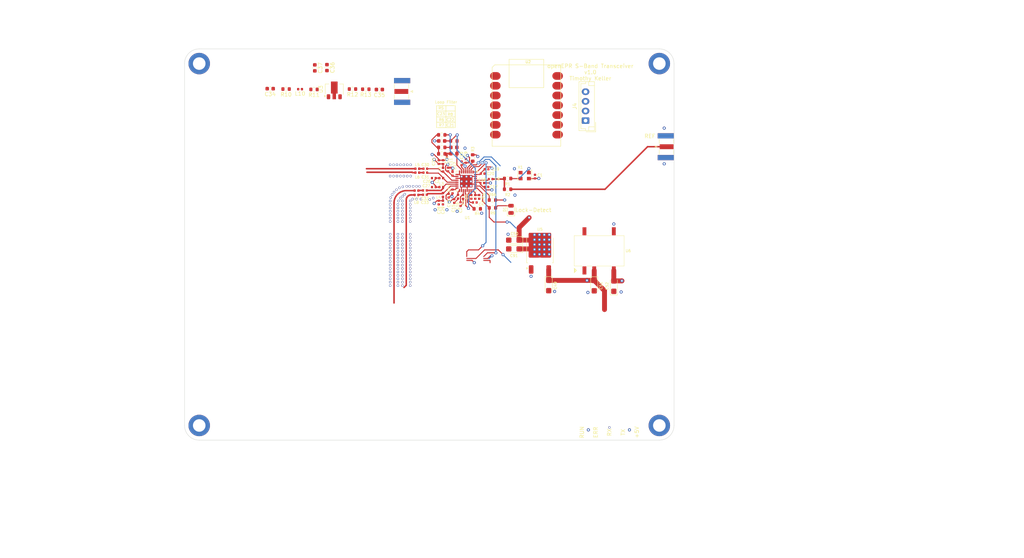
<source format=kicad_pcb>
(kicad_pcb (version 20240108) (generator "pcbnew") (generator_version "8.0")
  (title_block (title "openEPR S-Band Transceiver") (date "2024-03-16") (rev "v1.0") (company "openEPR") (comment 1 "Timothy Keller"))
  (layers (0 "F.Cu" signal) (1 "In1.Cu" signal) (2 "In2.Cu" signal) (31 "B.Cu" signal) (34 "B.Paste" user) (35 "F.Paste" user) (36 "B.SilkS" user "B.Silkscreen") (37 "F.SilkS" user "F.Silkscreen") (38 "B.Mask" user) (39 "F.Mask" user) (44 "Edge.Cuts" user))
  (net 0 "")
  (net 1 "+3.3VA")
  (net 2 "GND")
  (net 3 "Net-(U1-TEMP)")
  (net 4 "Net-(U1-VCOM)")
  (net 5 "Net-(U1-VREF)")
  (net 6 "REF_IN")
  (net 7 "Net-(U1-REFIN)")
  (net 8 "Net-(C34-Pad1)")
  (net 9 "Net-(U1-CPout)")
  (net 10 "Net-(C22-Pad1)")
  (net 11 "Net-(U1-VTUNE)")
  (net 12 "Net-(U1-RF_OUT_A+)")
  (net 13 "Net-(C30-Pad2)")
  (net 14 "Net-(C31-Pad2)")
  (net 15 "Net-(U1-RF_OUT_A-)")
  (net 16 "Net-(U1-RF_OUT_B+)")
  (net 17 "Net-(C32-Pad2)")
  (net 18 "Net-(U1-RF_OUT_B-)")
  (net 19 "Net-(C33-Pad2)")
  (net 20 "Net-(C35-Pad2)")
  (net 21 "LO_A-")
  (net 22 "Net-(L10-Pad2)")
  (net 23 "Net-(L10-Pad1)")
  (net 24 "Net-(R11-Pad1)")
  (net 25 "+5V")
  (net 26 "Net-(R12-Pad2)")
  (net 27 "-5V")
  (net 28 "Net-(L9-Pad1)")
  (net 34 "I2C_SCL")
  (net 35 "I2C_SDA")
  (net 36 "Net-(D1-A)")
  (net 37 "EXT_REF")
  (net 38 "Net-(J2-In)")
  (net 39 "LO+")
  (net 40 "LO-")
  (net 41 "XO_REF")
  (net 42 "Net-(U1-RSET)")
  (net 43 "Net-(R5-Pad1)")
  (net 44 "Net-(U1-SW)")
  (net 45 "LD")
  (net 46 "MOSI")
  (net 47 "SCLK")
  (net 48 "~{SYNTH_CS}")
  (net 49 "MUXOUT")
  (net 50 "XO_EN")
  (net 51 "SYNTH_TX")
  (net 52 "Net-(U1-CE)")
  (net 53 "Net-(U1-PDB_RF)")
  (footprint "Capacitor_SMD:C_0402_1005Metric" (layer "F.Cu") (at 136.525 54.483 90)
    (property "Reference" "C9")
    (property "Value" "100nF" (hide yes))
  )
  (footprint "Seeed Xiao ESP32S3:MOUDLE14P-SMD-2.54-21X17.8MM" (layer "F.Cu") (at 143.3075 50.54425)
    (property "Reference" "U2")
    (property "Value" "MOUDLE-SEEEDUINO-XIAO-ESP32S3")
  )
  (footprint "B12T_MountingHole:4-40_Hole_Pad" (layer "F.Cu") (at 67.31 29.21)
    (property "Reference" "H1" (hide yes))
    (property "Value" "4-40" (hide yes))
  )
  (footprint "B12T_MountingHole:4-40_Hole_Pad" (layer "F.Cu") (at 67.31 123.19)
    (property "Reference" "H3" (hide yes))
    (property "Value" "4-40" (hide yes))
  )
  (footprint "Capacitor_SMD:C_0402_1005Metric" (layer "F.Cu") (at 131.8636 56.7182 90)
    (property "Reference" "C11")
    (property "Value" "100nF" (hide yes))
  )
  (footprint "Capacitor_SMD:C_0603_1608Metric" (layer "F.Cu") (at 133.3746 50.9778)
    (property "Reference" "C22")
    (property "Value" "47nF" (hide yes))
  )
  (footprint "Capacitor_SMD:C_0402_1005Metric" (layer "F.Cu") (at 125.9708 56.515 180)
    (property "Reference" "C30")
    (property "Value" "1nF" (hide yes))
  )
  (footprint "Inductor_SMD:L_0402_1005Metric" (layer "F.Cu") (at 123.6848 63.3222 180)
    (property "Reference" "L8")
    (property "Value" "1.9nH" (hide yes))
  )
  (footprint "Inductor_SMD:L_0402_1005Metric" (layer "F.Cu") (at 130.1136 61.2902 180)
    (property "Reference" "L3")
    (property "Value" "7.5nH" (hide yes))
  )
  (footprint "Inductor_SMD:L_0402_1005Metric" (layer "F.Cu") (at 93.475 35.85 180)
    (property "Reference" "L10")
    (property "Value" "1.5nH")
  )
  (footprint "Resistor_SMD:R_0603_1608Metric" (layer "F.Cu") (at 107.075 35.825 180)
    (property "Reference" "R12")
    (property "Value" "50R")
  )
  (footprint "Capacitor_SMD:C_0402_1005Metric" (layer "F.Cu") (at 125.8692 63.2714 180)
    (property "Reference" "C33")
    (property "Value" "1nF" (hide yes))
  )
  (footprint "Oscillator:Oscillator_SMD_EuroQuartz_XO32-4Pin_3.2x2.5mm" (layer "F.Cu") (at 151.765 58.306 -90)
    (property "Reference" "X1")
    (property "Value" "XO32" (hide yes))
  )
  (footprint "Capacitor_SMD:C_0402_1005Metric" (layer "F.Cu") (at 141.859 56.642 180)
    (property "Reference" "C19")
    (property "Value" "100nF" (hide yes))
  )
  (footprint "Capacitor_SMD:C_0402_1005Metric" (layer "F.Cu") (at 154.432 58.56 90)
    (property "Reference" "C1")
    (property "Value" "100nF" (hide yes))
  )
  (footprint "Capacitor_Tantalum_SMD:CP_EIA-3216-18_Kemet-A" (layer "F.Cu") (at 157.988 86.833 -90)
    (property "Reference" "C49")
    (property "Value" "10uF" (hide yes))
  )
  (footprint "Capacitor_Tantalum_SMD:CP_EIA-3216-18_Kemet-A" (layer "F.Cu") (at 148.971 75.057 180)
    (property "Reference" "C50")
    (property "Value" "10uF" (hide yes))
  )
  (footprint "Package_CSP:LFCSP-32-1EP_5x5mm_P0.5mm_EP3.25x3.25mm" (layer "F.Cu") (at 136.588 59.7662 -90)
    (property "Reference" "U1")
    (property "Value" "ADF4351" (hide yes))
  )
  (footprint "Capacitor_SMD:C_0402_1005Metric" (layer "F.Cu") (at 135.382 55.118 90)
    (property "Reference" "C10")
    (property "Value" "10pF" (hide yes))
  )
  (footprint "Capacitor_SMD:C_0402_1005Metric" (layer "F.Cu") (at 125.9708 57.531 180)
    (property "Reference" "C31")
    (property "Value" "1nF" (hide yes))
  )
  (footprint "Capacitor_SMD:C_0603_1608Metric" (layer "F.Cu") (at 85.725 35.725 180)
    (property "Reference" "C34")
    (property "Value" "100pF")
  )
  (footprint "Capacitor_SMD:C_0402_1005Metric" (layer "F.Cu") (at 142.9152 59.2074)
    (property "Reference" "C8")
    (property "Value" "10nF" (hide yes))
  )
  (footprint "Capacitor_SMD:C_0603_1608Metric" (layer "F.Cu") (at 114.05 35.95 180)
    (property "Reference" "C35")
    (property "Value" "100pF")
  )
  (footprint "Resistor_SMD:R_0603_1608Metric" (layer "F.Cu") (at 110.525 35.875 180)
    (property "Reference" "R13")
    (property "Value" "50R")
  )
  (footprint "Capacitor_SMD:C_0402_1005Metric" (layer "F.Cu") (at 135.1148 65.7098 90)
    (property "Reference" "C2")
    (property "Value" "100nF" (hide yes))
  )
  (footprint "Resistor_SMD:R_0603_1608Metric" (layer "F.Cu") (at 139.446 66.929)
    (property "Reference" "R4")
    (property "Value" "4.7k" (hide yes))
  )
  (footprint "Resistor_SMD:R_0603_1608Metric" (layer "F.Cu") (at 147.32 61.849 180)
    (property "Reference" "R2")
    (property "Value" "0" (hide yes))
  )
  (footprint "B12T_MountingHole:4-40_Hole_Pad" (layer "F.Cu") (at 186.69 29.21)
    (property "Reference" "H2" (hide yes))
    (property "Value" "4-40" (hide yes))
  )
  (footprint "Resistor_SMD:R_0603_1608Metric" (layer "F.Cu") (at 130.238 47.7266)
    (property "Reference" "R5")
    (property "Value" "0" (hide yes))
  )
  (footprint "Resistor_SMD:R_0603_1608Metric" (layer "F.Cu") (at 97.1 35.925 180)
    (property "Reference" "R11")
    (property "Value" "50R")
  )
  (footprint "Inductor_SMD:L_0402_1005Metric" (layer "F.Cu") (at 123.6848 62.2046 180)
    (property "Reference" "L7")
    (property "Value" "1.9nH" (hide yes))
  )
  (footprint "Capacitor_SMD:C_0402_1005Metric" (layer "F.Cu") (at 133.032 57.8358 90)
    (property "Reference" "C12")
    (property "Value" "10pF" (hide yes))
  )
  (footprint "Capacitor_SMD:C_0402_1005Metric" (layer "F.Cu") (at 129.4532 65.306 -90)
    (property "Reference" "C28")
    (property "Value" "100nF" (hide yes))
  )
  (footprint "Connector_JST:JST_EH_B4B-EH-A_1x04_P2.50mm_Vertical" (layer "F.Cu") (at 167.55 44.025 90)
    (property "Reference" "J4")
    (property "Value" "Conn_01x04_Pin")
  )
  (footprint "Resistor_SMD:R_0603_1608Metric" (layer "F.Cu") (at 143.383 66.675)
    (property "Reference" "R9")
    (property "Value" "1k" (hide yes))
  )
  (footprint "Capacitor_SMD:C_0402_1005Metric" (layer "F.Cu") (at 133.032 62.4078 -90)
    (property "Reference" "C14")
    (property "Value" "10pF" (hide yes))
  )
  (footprint "B12T_MountingHole:4-40_Hole_Pad" (layer "F.Cu") (at 186.69 123.19)
    (property "Reference" "H4" (hide yes))
    (property "Value" "4-40" (hide yes))
  )
  (footprint "Resistor_SMD:R_0603_1608Metric" (layer "F.Cu") (at 147.32 59.055 180)
    (property "Reference" "R1")
    (property "Value" "0" (hide yes))
  )
  (footprint "Capacitor_SMD:C_0402_1005Metric" (layer "F.Cu") (at 137.9088 63.8302 90)
    (property "Reference" "C5")
    (property "Value" "10pF" (hide yes))
  )
  (footprint "Inductor_SMD:L_0402_1005Metric" (layer "F.Cu") (at 130.5708 56.769 90)
    (property "Reference" "L1")
    (property "Value" "7.5nH" (hide yes))
  )
  (footprint "Resistor_SMD:R_0603_1608Metric" (layer "F.Cu") (at 143.383 64.643 180)
    (property "Reference" "R66")
    (property "Value" "10k")
  )
  (footprint "Resistor_SMD:R_0603_1608Metric" (layer "F.Cu") (at 130.2258 50.9778)
    (property "Reference" "R6")
    (property "Value" "360" (hide yes))
  )
  (footprint "Capacitor_SMD:C_0402_1005Metric" (layer "F.Cu") (at 133.477 64.897 90)
    (property "Reference" "C15")
    (property "Value" "100nF" (hide yes))
  )
  (footprint "Inductor_SMD:L_0402_1005Metric" (layer "F.Cu") (at 130.1084 58.9534)
    (property "Reference" "L2")
    (property "Value" "7.5nH" (hide yes))
  )
  (footprint "Capacitor_SMD:C_0402_1005Metric" (layer "F.Cu") (at 135.763 63.8302 90)
    (property "Reference" "C3")
    (property "Value" "10pF" (hide yes))
  )
  (footprint "Resistor_SMD:R_0603_1608Metric" (layer "F.Cu") (at 130.238 52.6542 180)
    (property "Reference" "R7")
    (property "Value" "0" (hide yes))
  )
  (footprint "Package_TO_SOT_SMD:SOT-89-3" (layer "F.Cu") (at 102.35 35.875 90)
    (property "Reference" "U3")
    (property "Value" "SPF5189Z")
  )
  (footprint "Capacitor_Tantalum_SMD:CP_EIA-3216-18_Kemet-A" (layer "F.Cu") (at 169.799 86.868 -90)
    (property "Reference" "C51")
    (property "Value" "4.7uF" (hide yes))
  )
  (footprint "Capacitor_SMD:C_0402_1005Metric" (layer "F.Cu") (at 125.8692 62.1538 180)
    (property "Reference" "C32")
    (property "Value" "1nF" (hide yes))
  )
  (footprint "Inductor_SMD:L_0402_1005Metric" (layer "F.Cu") (at 123.888 57.531 180)
    (property "Reference" "L6")
    (property "Value" "1.9nH" (hide yes))
  )
  (footprint "_tim-DC-DC:IES0105S05-H" (layer "F.Cu") (at 171.069 77.851 90)
    (property "Reference" "U6")
    (property "Value" "IES0105S05-H" (hide yes))
  )
  (footprint "Capacitor_SMD:C_0402_1005Metric" (layer "F.Cu") (at 128.178 58.9534 180)
    (property "Reference" "C26")
    (property "Value" "120pF" (hide yes))
  )
  (footprint "Capacitor_SMD:C_0402_1005Metric" (layer "F.Cu") (at 130.5936 54.7878 90)
    (property "Reference" "C24")
    (property "Value" "120pF" (hide yes))
  )
  (footprint "Capacitor_SMD:C_0402_1005Metric" (layer "F.Cu") (at 130.5428 65.3034 -90)
    (property "Reference" "C29")
    (property "Value" "120pF" (hide yes))
  )
  (footprint "Inductor_SMD:L_0402_1005Metric" (layer "F.Cu") (at 123.888 56.515 180)
    (property "Reference" "L5")
    (property "Value" "1.9nH" (hide yes))
  )
  (footprint "Capacitor_Tantalum_SMD:CP_EIA-3216-18_Kemet-A" (layer "F.Cu") (at 174.879 86.995 90)
    (property "Reference" "C52")
    (property "Value" "10uF" (hide yes))
  )
  (footprint "Capacitor_SMD:C_0402_1005Metric" (layer "F.Cu") (at 138.811 65.278 180)
    (property "Reference" "C4")
    (property "Value" "100nF" (hide yes))
  )
  (footprint "Capacitor_SMD:C_0402_1005Metric" (layer "F.Cu") (at 129.4532 54.7878 90)
    (property "Reference" "C25")
    (property "Value" "100nF" (hide yes))
  )
  (footprint "Connector_Coaxial:SMA_Samtec_SMA-J-P-X-ST-EM1_EdgeMount" (layer "F.Cu") (at 188.3775 50.8 90)
    (property "Reference" "J1" (hide yes))
    (property "Value" "SMA-J-P-H-ST-EM1" (hide yes))
  )
  (footprint "Capacitor_SMD:C_0402_1005Metric" (layer "F.Cu") (at 134.4544 63.7794 90)
    (property "Reference" "C16")
    (property "Value" "10pF" (hide yes))
  )
  (footprint "Capacitor_SMD:C_0603_1608Metric" (layer "F.Cu") (at 97.3 30.325 -90)
    (property "Reference" "C37")
    (property "Value" "0.1uF")
  )
  (footprint "Capacitor_SMD:C_0603_1608Metric" (layer "F.Cu") (at 130.225 49.3014)
    (property "Reference" "C23")
    (property "Value" "680pF" (hide yes))
  )
  (footprint "Capacitor_SMD:C_0402_1005Metric" (layer "F.Cu") (at 139.9408 63.8302 90)
    (property "Reference" "C6")
    (property "Value" "100nF" (hide yes))
  )
  (footprint "Inductor_SMD:L_0402_1005Metric" (layer "F.Cu") (at 130.5428 63.3222 90)
    (property "Reference" "L4")
    (property "Value" "7.5nH" (hide yes))
  )
  (footprint "Connector_Coaxial:SMA_Samtec_SMA-J-P-X-ST-EM1_EdgeMount" (layer "F.Cu") (at 119.95 36.45 -90)
    (property "Reference" "J2" (hide yes))
    (property "Value" "SMA-J-P-H-ST-EM1" (hide yes))
  )
  (footprint "Capacitor_SMD:C_0402_1005Metric" (layer "F.Cu") (at 140.843 57.785 180)
    (property "Reference" "C20")
    (property "Value" "10pF" (hide yes))
  )
  (footprint "Capacitor_SMD:C_0603_1608Metric" (layer "F.Cu") (at 100.45 30.25 -90)
    (property "Reference" "C36")
    (property "Value" "100pF")
  )
  (footprint "LED_SMD:LED_0805_2012Metric" (layer "F.Cu") (at 148.209 67.056 90)
    (property "Reference" "D1")
    (property "Value" "150080VS75000" (hide yes))
  )
  (footprint "Resistor_SMD:R_0603_1608Metric" (layer "F.Cu") (at 133.3754 49.3014 180)
    (property "Reference" "R8")
    (property "Value" "1k" (hide yes))
  )
  (footprint "Capacitor_SMD:C_0603_1608Metric" (layer "F.Cu") (at 133.3876 52.6034)
    (property "Reference" "C21")
    (property "Value" "2.7nF" (hide yes))
  )
  (footprint "Resistor_SMD:R_0603_1608Metric" (layer "F.Cu") (at 138.2644 53.721 90)
    (property "Reference" "R3")
    (property "Value" "10k" (hide yes))
  )
  (footprint "Capacitor_Tantalum_SMD:CP_EIA-3216-18_Kemet-A" (layer "F.Cu") (at 148.971 77.343 180)
    (property "Reference" "C91")
    (property "Value" "10uF" (hide yes))
  )
  (footprint "Resistor_SMD:R_0603_1608Metric" (layer "F.Cu") (at 89.85 35.825 180)
    (property "Reference" "R10")
    (property "Value" "50R")
  )
  (footprint "Capacitor_SMD:C_0402_1005Metric" (layer "F.Cu") (at 141.8204 61.2394 180)
    (property "Reference" "C17")
    (property "Value" "100nF" (hide yes))
  )
  (footprint "Capacitor_SMD:C_0402_1005Metric" (layer "F.Cu") (at 138.9248 63.8302 90)
    (property "Reference" "C7")
    (property "Value" "10pF" (hide yes))
  )
  (footprint "Capacitor_SMD:C_0402_1005Metric" (layer "F.Cu") (at 140.7536 60.2234 180)
    (property "Reference" "C18")
    (property "Value" "10pF" (hide yes))
  )
  (footprint "Capacitor_SMD:C_0402_1005Metric" (layer "F.Cu") (at 132.016 63.5254 -90)
    (property "Reference" "C13")
    (property "Value" "100nF" (hide yes))
  )
  (footprint "Capacitor_SMD:C_0402_1005Metric" (layer "F.Cu") (at 128.1832 61.2902 180)
    (property "Reference" "C27")
    (property "Value" "120pF" (hide yes))
  )
  (footprint "Package_TO_SOT_SMD:TO-252-2" (layer "F.Cu") (at 155.708 77.637 90)
    (property "Reference" "U5")
    (property "Value" "AZ1117ID-3.3TRG1" (hide yes))
  )
  (gr_line (start 131.318 40.132) (end 131.318 45.847) (stroke (width 0.15)) (layer "F.SilkS"))
  (gr_line (start 128.905 41.529) (end 133.731 41.529) (stroke (width 0.15)) (layer "F.SilkS"))
  (gr_rect (start 128.905 40.132) (end 133.731 45.847) (stroke (width 0.15)) (fill none) (layer "F.SilkS"))
  (gr_line (start 128.905 44.45) (end 133.731 44.45) (stroke (width 0.15)) (layer "F.SilkS"))
  (gr_line (start 128.905 43.053) (end 133.731 43.053) (stroke (width 0.15)) (layer "F.SilkS"))
  (gr_line (start 186.69 25.400002) (end 67.31 25.4) (stroke (width 0.1)) (layer "Edge.Cuts"))
  (gr_arc (start 67.31 127) (mid 64.615923 125.884077) (end 63.5 123.19) (stroke (width 0.1)) (layer "Edge.Cuts"))
  (gr_line (start 67.31 127) (end 186.689998 127) (stroke (width 0.1)) (layer "Edge.Cuts"))
  (gr_arc (start 186.69 25.400002) (mid 189.384077 26.515925) (end 190.5 29.210002) (stroke (width 0.1)) (layer "Edge.Cuts"))
  (gr_line (start 63.5 29.21) (end 63.5 123.19) (stroke (width 0.1)) (layer "Edge.Cuts"))
  (gr_line (start 190.499998 123.19) (end 190.5 29.210002) (stroke (width 0.1)) (layer "Edge.Cuts"))
  (gr_arc (start 190.499998 123.19) (mid 189.384075 125.884077) (end 186.689998 127) (stroke (width 0.1)) (layer "Edge.Cuts"))
  (gr_arc (start 63.5 29.21) (mid 64.615923 26.515923) (end 67.31 25.4) (stroke (width 0.1)) (layer "Edge.Cuts"))
  (gr_text "Lock-Detect" (at 149.225 67.818 0) (layer "F.SilkS") (effects (font (size 1 1)) (justify left bottom)))
  (gr_text "${TITLE}\n${REVISION}\n${COMMENT1}" (at 168.783 33.655 0) (layer "F.SilkS") (effects (font (size 1 1)) (justify bottom)))
  (gr_text "Loop Filter" (at 128.397 39.624 0) (layer "F.SilkS") (effects (font (size 0.7 0.7) (thickness 0.12) (bold yes)) (justify left bottom)))
  (gr_text "RUN" (at 166.624 124.968 90) (layer "F.SilkS") (effects (font (size 1 1))))
  (gr_text "ERR" (at 170.18 124.968 90) (layer "F.SilkS") (effects (font (size 1 1))))
  (gr_text "RX" (at 173.736 124.968 90) (layer "F.SilkS") (effects (font (size 1 1))))
  (gr_text "TX" (at 177.292 124.968 90) (layer "F.SilkS") (effects (font (size 1 1))))
  (gr_text "REF" (at 182.753 48.641 0) (layer "F.SilkS") (effects (font (size 1 1)) (justify left bottom)))
  (gr_text "+5V" (at 180.848 124.968 90) (layer "F.SilkS") (effects (font (size 1 1))))
  (segment (start 139.116 79.83) (end 136.72 79.83) (width 0.254) (layer "F.Cu") (net 0))
  (segment (start 142.166 79.83) (end 141.12 79.83) (width 0.254) (layer "F.Cu") (net 0))
  (segment (start 141.349 77.597) (end 139.116 79.83) (width 0.254) (layer "F.Cu") (net 0))
  (segment (start 142.875 79.121) (end 142.166 79.83) (width 0.254) (layer "F.Cu") (net 0))
  (segment (start 143.256 79.121) (end 142.875 79.121) (width 0.254) (layer "F.Cu") (net 0))
  (segment (start 146.142 78.8135) (end 144.9255 77.597) (width 0.254) (layer "F.Cu") (net 0))
  (segment (start 144.9255 77.597) (end 141.349 77.597) (width 0.254) (layer "F.Cu") (net 0))
  (via (at 146.142 78.8135) (size 0.8) (drill 0.4) (layers "F.Cu" "B.Cu") (net 0))
  (via (at 173.736 123.698) (size 0.6) (drill 0.4) (layers "F.Cu" "B.Cu") (net 0))
  (via (at 143.256 79.121) (size 0.8) (drill 0.4) (layers "F.Cu" "B.Cu") (net 0))
  (segment (start 146.142 78.8135) (end 148.174 80.8455) (width 0.254) (layer "B.Cu") (net 0))
  (segment (start 143.256 79.121) (end 142.494 79.883) (width 0.254) (layer "B.Cu") (net 0))
  (segment (start 141.966114 56.054886) (end 142.922886 56.054886) (width 0.254) (layer "F.Cu") (net 1))
  (segment (start 136.045 54.963) (end 136.525 54.963) (width 0.254) (layer "F.Cu") (net 1))
  (segment (start 144.208 64.643) (end 146.558 64.643) (width 0.254) (layer "F.Cu") (net 1))
  (segment (start 130.5936 55.2678) (end 129.4532 55.2678) (width 0.254) (layer "F.Cu") (net 1))
  (segment (start 129.4532 64.826) (end 130.5402 64.826) (width 0.254) (layer "F.Cu") (net 1))
  (segment (start 135.382 55.598) (end 135.41 55.598) (width 0.254) (layer "F.Cu") (net 1))
  (segment (start 131.2266 56.871199) (end 131.2266 55.831226) (width 0.254) (layer "F.Cu") (net 1))
  (segment (start 132.207 65.151) (end 132.187282 65.151) (width 0.254) (layer "F.Cu") (net 1))
  (segment (start 150.321 75.057) (end 150.321 71.802) (width 1.27) (layer "F.Cu") (net 1))
  (segment (start 135.838 56.582947) (end 135.382 56.126947) (width 0.254) (layer "F.Cu") (net 1))
  (segment (start 154.432 59.04) (end 155.41 59.04) (width 0.254) (layer "F.Cu") (net 1))
  (segment (start 139.129 52.896) (end 139.573 53.34) (width 0.254) (layer "F.Cu") (net 1))
  (segment (start 129.6234 58.9534) (end 128.658 58.9534) (width 0.254) (layer "F.Cu") (net 1))
  (segment (start 138.988 60.0162) (end 140.0664 60.0162) (width 0.254) (layer "F.Cu") (net 1))
  (segment (start 128.6632 61.2902) (end 128.6632 60.9722) (width 0.254) (layer "F.Cu") (net 1))
  (segment (start 142.776 80.927) (end 142.776 80.391) (width 0.254) (layer "F.Cu") (net 1))
  (segment (start 140.2736 60.533399) (end 140.979601 61.2394) (width 0.254) (layer "F.Cu") (net 1))
  (segment (start 134.188 58.5162) (end 133.2324 58.5162) (width 0.254) (layer "F.Cu") (net 1))
  (segment (start 142.715 80.33) (end 142.776 80.391) (width 0.254) (layer "F.Cu") (net 1))
  (segment (start 150.321 77.343) (end 153.474 77.343) (width 1.27) (layer "F.Cu") (net 1))
  (segment (start 138.988 58.0162) (end 140.1318 58.0162) (width 0.254) (layer "F.Cu") (net 1))
  (segment (start 150.321 75.057) (end 153.828 75.057) (width 1.27) (layer "F.Cu") (net 1))
  (segment (start 129.4532 55.2678) (end 129.4358 55.2678) (width 0.254) (layer "F.Cu") (net 1))
  (segment (start 141.811001 62.02) (end 143.23 62.02) (width 0.254) (layer "F.Cu") (net 1))
  (segment (start 150.321 71.802) (end 152.908 69.215) (width 1.27) (layer "F.Cu") (net 1))
  (segment (start 130.5428 63.8072) (end 130.5428 64.8234) (width 0.254) (layer "F.Cu") (net 1))
  (segment (start 152.84 59.081) (end 154.391 59.081) (width 0.254) (layer "F.Cu") (net 1))
  (segment (start 129.6286 61.2902) (end 128.6632 61.2902) (width 0.254) (layer "F.Cu") (net 1))
  (segment (start 140.979601 61.2394) (end 141.3404 61.2394) (width 0.254) (layer "F.Cu") (net 1))
  (segment (start 132.722001 61.9278) (end 132.016 62.633801) (width 0.254) (layer "F.Cu") (net 1))
  (segment (start 133.032 61.9278) (end 132.722001 61.9278) (width 0.254) (layer "F.Cu") (net 1))
  (segment (start 154.305 78.74) (end 154.305 77.47) (width 1.27) (layer "F.Cu") (net 1))
  (segment (start 140.0664 60.0162) (end 140.2736 60.2234) (width 0.254) (layer "F.Cu") (net 1))
  (segment (start 129.4532 64.826) (end 128.976 64.826) (width 0.254) (layer "F.Cu") (net 1))
  (segment (start 137.253599 54.963) (end 137.4282 54.788399) (width 0.254) (layer "F.Cu") (net 1))
  (segment (start 136.525 54.963) (end 137.253599 54.963) (width 0.254) (layer "F.Cu") (net 1))
  (segment (start 133.085501 64.417) (end 133.477 64.417) (width 0.254) (layer "F.Cu") (net 1))
  (segment (start 133.032 61.9278) (end 133.7764 61.9278) (width 0.254) (layer "F.Cu") (net 1))
  (segment (start 141.3404 61.2394) (end 141.3404 61.549399) (width 0.254) (layer "F.Cu") (net 1))
  (segment (start 128.976 64.826) (end 128.27 65.532) (width 0.254) (layer "F.Cu") (net 1))
  (segment (start 133.2324 58.5162) (end 133.032 58.3158) (width 0.254) (layer "F.Cu") (net 1))
  (segment (start 130.5402 64.826) (end 130.5428 64.8234) (width 0.254) (layer "F.Cu") (net 1))
  (segment (start 131.553601 57.1982) (end 131.2266 56.871199) (width 0.254) (layer "F.Cu") (net 1))
  (segment (start 137.4282 53.6082) (end 136.906 53.086) (width 0.254) (layer "F.Cu") (net 1))
  (segment (start 154.391 59.081) (end 154.432 59.04) (width 0.254) (layer "F.Cu") (net 1))
  (segment (start 131.2266 55.831226) (end 131.699625 55.358201) (width 0.254) (layer "F.Cu") (net 1))
  (segment (start 128.658 58.9534) (end 128.658 59.175) (width 0.254) (layer "F.Cu") (net 1))
  (segment (start 131.360559 63.390842) (end 131.706001 63.0454) (width 0.254) (layer "F.Cu") (net 1))
  (segment (start 153.474 77.343) (end 154.305 78.74) (width 1.27) (layer "F.Cu") (net 1))
  (segment (start 140.1318 58.0162) (end 140.363 57.785) (width 0.254) (layer "F.Cu") (net 1))
  (segment (start 153.797 73.914) (end 154.305 74.93) (width 1.27) (layer "F.Cu") (net 1))
  (segment (start 129.4358 55.2678) (end 128.27 54.102) (width 0.254) (layer "F.Cu") (net 1))
  (segment (start 134.4544 63.2994) (end 134.4544 62.5498) (width 0.254) (layer "F.Cu") (net 1))
  (segment (start 135.382 56.126947) (end 135.382 55.598) (width 0.254) (layer "F.Cu") (net 1))
  (segment (start 137.4282 54.788399) (end 137.4282 53.6082) (width 0.254) (layer "F.Cu") (net 1))
  (segment (start 130.5708 56.284) (end 130.5708 55.2906) (width 0.254) (layer "F.Cu") (net 1))
  (segment (start 128.658 59.175) (end 127.762 60.071) (width 0.254) (layer "F.Cu") (net 1))
  (segment (start 140.363 57.785) (end 140.363 57.658) (width 0.254) (layer "F.Cu") (net 1))
  (segment (start 131.360559 64.324277) (end 131.360559 63.390842) (width 0.254) (layer "F.Cu") (net 1))
  (segment (start 153.828 75.057) (end 153.797 73.914) (width 1.27) (layer "F.Cu") (net 1))
  (segment (start 131.706001 63.0454) (end 132.016 63.0454) (width 0.254) (layer "F.Cu") (net 1))
  (segment (start 132.187282 65.151) (end 131.360559 64.324277) (width 0.254) (layer "F.Cu") (net 1))
  (segment (start 131.699625 55.358201) (end 131.826 55.358201) (width 0.254) (layer "F.Cu") (net 1))
  (segment (start 154.305 74.93) (end 154.183 74.702) (width 1.27) (layer "F.Cu") (net 1))
  (segment (start 132.016 62.633801) (end 132.016 63.0454) (width 0.254) (layer "F.Cu") (net 1))
  (segment (start 131.8636 57.1982) (end 131.553601 57.1982) (width 0.254) (layer "F.Cu") (net 1))
  (segment (start 130.5708 55.2906) (end 130.5936 55.2678) (width 0.254) (layer "F.Cu") (net 1))
  (segment (start 132.351501 65.151) (end 133.085501 64.417) (width 0.254) (layer "F.Cu") (net 1))
  (segment (start 141.12 80.33) (end 142.715 80.33) (width 0.254) (layer "F.Cu") (net 1))
  (segment (start 133.477 64.2768) (end 134.4544 63.2994) (width 0.254) (layer "F.Cu") (net 1))
  (segment (start 133.032 58.3158) (end 132.9812 58.3158) (width 0.254) (layer "F.Cu") (net 1))
  (segment (start 141.379 56.642) (end 141.966114 56.054886) (width 0.254) (layer "F.Cu") (net 1))
  (segment (start 135.41 55.598) (end 136.045 54.963) (width 0.254) (layer "F.Cu") (net 1))
  (segment (start 135.838 57.3662) (end 135.838 56.582947) (width 0.254) (layer "F.Cu") (net 1))
  (segment (start 140.363 57.658) (end 141.379 56.642) (width 0.254) (layer "F.Cu") (net 1))
  (segment (start 141.3404 61.549399) (end 141.811001 62.02) (width 0.254) (layer "F.Cu") (net 1))
  (segment (start 154.305 77.47) (end 154.183 78.052) (width 1.27) (layer "F.Cu") (net 1))
  (segment (start 140.2736 60.2234) (end 140.2736 60.533399) (width 0.254) (layer "F.Cu") (net 1))
  (segment (start 132.207 65.151) (end 132.351501 65.151) (width 0.254) (layer "F.Cu") (net 1))
  (segment (start 142.922886 56.054886) (end 143.256 56.388) (width 0.254) (layer "F.Cu") (net 1))
  (segment (start 133.7764 61.9278) (end 134.188 61.5162) (width 0.254) (layer "F.Cu") (net 1))
  (segment (start 134.4544 62.5498) (end 134.838 62.1662) (width 0.254) (layer "F.Cu") (net 1))
  (segment (start 132.9812 58.3158) (end 131.8636 57.1982) (width 0.254) (layer "F.Cu") (net 1))
  (segment (start 133.477 64.417) (end 133.477 64.2768) (width 0.254) (layer "F.Cu") (net 1))
  (segment (start 128.6632 60.9722) (end 127.762 60.071) (width 0.254) (layer "F.Cu") (net 1))
  (segment (start 138.2644 52.896) (end 139.129 52.896) (width 0.254) (layer "F.Cu") (net 1))
  (via (at 128.27 54.102) (size 0.8) (drill 0.4) (layers "F.Cu" "B.Cu") (net 1))
  (via (at 143.23 62.02) (size 0.8) (drill 0.4) (layers "F.Cu" "B.Cu") (net 1))
  (via (at 128.27 65.532) (size 0.8) (drill 0.4) (layers "F.Cu" "B.Cu") (net 1))
  (via (at 154.305 78.74) (size 0.8) (drill 0.4) (layers "F.Cu" "B.Cu") (net 1))
  (via (at 155.575 74.93) (size 0.8) (drill 0.4) (layers "F.Cu" "B.Cu") (net 1))
  (via (at 146.558 64.643) (size 0.8) (drill 0.4) (layers "F.Cu" "B.Cu") (net 1))
  (via (at 158.115 77.47) (size 0.8) (drill 0.4) (layers "F.Cu" "B.Cu") (net 1))
  (via (at 156.845 76.2) (size 0.8) (drill 0.4) (layers "F.Cu" "B.Cu") (net 1))
  (via (at 154.305 73.66) (size 0.8) (drill 0.4) (layers "F.Cu" "B.Cu") (net 1))
  (via (at 139.573 53.34) (size 0.8) (drill 0.4) (layers "F.Cu" "B.Cu") (net 1))
  (via (at 158.115 74.93) (size 0.8) (drill 0.4) (layers "F.Cu" "B.Cu") (net 1))
  (via (at 155.575 77.47) (size 0.8) (drill 0.4) (layers "F.Cu" "B.Cu") (net 1))
  (via (at 158.115 78.74) (size 0.8) (drill 0.4) (layers "F.Cu" "B.Cu") (net 1))
  (via (at 143.256 56.388) (size 0.8) (drill 0.4) (layers "F.Cu" "B.Cu") (net 1))
  (via (at 136.906 53.086) (size 0.8) (drill 0.4) (layers "F.Cu" "B.Cu") (net 1))
  (via (at 158.115 76.2) (size 0.8) (drill 0.4) (layers "F.Cu" "B.Cu") (net 1))
  (via (at 156.845 74.93) (size 0.8) (drill 0.4) (layers "F.Cu" "B.Cu") (net 1))
  (via (at 156.845 73.66) (size 0.8) (drill 0.4) (layers "F.Cu" "B.Cu") (net 1))
  (via (at 127.762 60.071) (size 0.8) (drill 0.4) (layers "F.Cu" "B.Cu") (net 1))
  (via (at 156.845 77.47) (size 0.8) (drill 0.4) (layers "F.Cu" "B.Cu") (net 1))
  (via (at 155.575 76.2) (size 0.8) (drill 0.4) (layers "F.Cu" "B.Cu") (net 1))
  (via (at 155.575 78.74) (size 0.8) (drill 0.4) (layers "F.Cu" "B.Cu") (net 1))
  (via (at 154.305 76.2) (size 0.8) (drill 0.4) (layers "F.Cu" "B.Cu") (net 1))
  (via (at 155.575 73.66) (size 0.8) (drill 0.4) (layers "F.Cu" "B.Cu") (net 1))
  (via (at 152.908 69.215) (size 0.6) (drill 0.4) (layers "F.Cu" "B.Cu") (net 1))
  (via (at 131.826 55.358201) (size 0.8) (drill 0.4) (layers "F.Cu" "B.Cu") (net 1))
  (via (at 156.845 78.74) (size 0.8) (drill 0.4) (layers "F.Cu" "B.Cu") (net 1))
  (via (at 155.41 59.04) (size 0.8) (drill 0.4) (layers "F.Cu" "B.Cu") (net 1))
  (via (at 158.115 73.66) (size 0.8) (drill 0.4) (layers "F.Cu" "B.Cu") (net 1))
  (via (at 154.305 77.47) (size 0.8) (drill 0.4) (layers "F.Cu" "B.Cu") (net 1))
  (via (at 154.305 74.93) (size 0.8) (drill 0.4) (layers "F.Cu" "B.Cu") (net 1))
  (via (at 132.207 65.151) (size 0.8) (drill 0.4) (layers "F.Cu" "B.Cu") (net 1))
  (segment (start 133.032 57.3558) (end 133.032 56.452) (width 0.508) (layer "F.Cu") (net 2))
  (segment (start 135.763 65.5416) (end 135.1148 66.1898) (width 0.254) (layer "F.Cu") (net 2))
  (segment (start 131.8636 56.2382) (end 132.9462 56.2382) (width 0.508) (layer "F.Cu") (net 2))
  (segment (start 129.4532 54.3078) (end 129.4532 54.027801) (width 0.254) (layer "F.Cu") (net 2))
  (segment (start 134.188 58.0162) (end 134.8512 58.0162) (width 0.254) (layer "F.Cu") (net 2))
  (segment (start 135.838 59.0162) (end 136.588 59.7662) (width 0.254) (layer "F.Cu") (net 2))
  (segment (start 132.6126 52.6034) (end 131.1138 52.6034) (width 0.508) (layer "F.Cu") (net 2))
  (segment (start 131.572 53.1632) (end 131.572 54.102) (width 0.508) (layer "F.Cu") (net 2))
  (segment (start 136.838 62.1662) (end 136.838 61.146) (width 0.254) (layer "F.Cu") (net 2))
  (segment (start 136.838 61.146) (end 136.652 60.96) (width 0.254) (layer "F.Cu") (net 2))
  (segment (start 137.3512 60.5162) (end 136.652 59.817) (width 0.254) (layer "F.Cu") (net 2))
  (segment (start 129.45 49.3014) (end 128.4224 49.3014) (width 0.254) (layer "F.Cu") (net 2))
  (segment (start 134.4544 64.2594) (end 134.4544 64.3996) (width 0.254) (layer "F.Cu") (net 2))
  (segment (start 142.875 60.2234) (end 141.2336 60.2234) (width 0.254) (layer "F.Cu") (net 2))
  (segment (start 132.016 64.0054) (end 133.032 62.9894) (width 0.254) (layer "F.Cu") (net 2))
  (segment (start 131.063 52.6542) (end 131.572 53.1632) (width 0.508) (layer "F.Cu") (net 2))
  (segment (start 134.838 57.3662) (end 134.838 58.003) (width 0.254) (layer "F.Cu") (net 2))
  (segment (start 128.257399 52.832) (end 127.762 52.832) (width 0.254) (layer "F.Cu") (net 2))
  (segment (start 130.5936 54.3078) (end 131.3662 54.3078) (width 0.254) (layer "F.Cu") (net 2))
  (segment (start 134.4544 64.3996) (end 133.477 65.377) (width 0.254) (layer "F.Cu") (net 2))
  (segment (start 133.032 56.452) (end 133.096 56.388) (width 0.508) (layer "F.Cu") (net 2))
  (segment (start 134.188 59.0162) (end 135.838 59.0162) (width 0.254) (layer "F.Cu") (net 2))
  (segment (start 135.338 62.1662) (end 135.338 61.004) (width 0.254) (layer "F.Cu") (net 2))
  (segment (start 129.4532 54.3078) (end 130.5936 54.3078) (width 0.254) (layer "F.Cu") (net 2))
  (segment (start 138.988 58.5162) (end 137.8258 58.5162) (width 0.254) (layer "F.Cu") (net 2))
  (segment (start 138.115 80.33) (end 136.72 80.33) (width 0.254) (layer "F.Cu") (net 2))
  (segment (start 133.032 63.578651) (end 133.032 62.8878) (width 0.254) (layer "F.Cu") (net 2))
  (segment (start 138.988 60.5162) (end 137.3512 60.5162) (width 0.254) (layer "F.Cu") (net 2))
  (segment (start 132.870503 63.740148) (end 133.032 63.578651) (width 0.254) (layer "F.Cu") (net 2))
  (segment (start 135.763 64.3102) (end 135.763 65.5416) (width 0.254) (layer "F.Cu") (net 2))
  (segment (start 132.9462 56.2382) (end 133.096 56.388) (width 0.508) (layer "F.Cu") (net 2))
  (segment (start 131.3662 54.3078) (end 131.572 54.102) (width 0.254) (layer "F.Cu") (net 2))
  (segment (start 128.4224 49.3014) (end 128.403067 49.282067) (width 0.254) (layer "F.Cu") (net 2))
  (segment (start 135.338 61.004) (end 135.382 60.96) (width 0.254) (layer "F.Cu") (net 2))
  (segment (start 129.4532 54.027801) (end 128.257399 52.832) (width 0.254) (layer "F.Cu") (net 2))
  (segment (start 131.1138 52.6034) (end 131.063 52.6542) (width 0.508) (layer "F.Cu") (net 2))
  (segment (start 138.684 80.899) (end 138.115 80.33) (width 0.254) (layer "F.Cu") (net 2))
  (segment (start 134.8512 58.0162) (end 135.382 58.547) (width 0.254) (layer "F.Cu") (net 2))
  (segment (start 134.838 58.003) (end 135.382 58.547) (width 0.254) (layer "F.Cu") (net 2))
  (segment (start 137.8258 58.5162) (end 137.795 58.547) (width 0.254) (layer "F.Cu") (net 2))
  (segment (start 133.032 62.9894) (end 133.032 62.8878) (width 0.254) (layer "F.Cu") (net 2))
  (via (at 149.225 63.373) (size 0.8) (drill 0.4) (layers "F.Cu" "B.Cu") (net 2))
  (via (at 118.872 77.978) (size 0.6) (drill 0.4) (layers "F.Cu" "B.Cu") (net 2))
  (via (at 116.84 58.42) (size 0.6) (drill 0.4) (layers "F.Cu" "B.Cu") (net 2))
  (via (at 128.403067 49.282067) (size 0.8) (drill 0.4) (layers "F.Cu" "B.Cu") (net 2))
  (via (at 131.572 67.183) (size 0.8) (drill 0.4) (layers "F.Cu" "B.Cu") (net 2))
  (via (at 120.015 82.423) (size 0.6) (drill 0.4) (layers "F.Cu" "B.Cu") (net 2))
  (via (at 120.015 66.675) (size 0.6) (drill 0.4) (layers "F.Cu" "B.Cu") (net 2))
  (via (at 122.047 68.453) (size 0.6) (drill 0.4) (layers "F.Cu" "B.Cu") (net 2))
  (via (at 116.84 83.312) (size 0.6) (drill 0.4) (layers "F.Cu" "B.Cu") (net 2))
  (via (at 122.047 66.675) (size 0.6) (drill 0.4) (layers "F.Cu" "B.Cu") (net 2))
  (via (at 187.96 45.974) (size 0.8) (drill 0.4) (layers "F.Cu" "B.Cu") (net 2))
  (via (at 118.999 64.897) (size 0.6) (drill 0.4) (layers "F.Cu" "B.Cu") (net 2))
  (via (at 116.84 85.979) (size 0.6) (drill 0.4) (layers "F.Cu" "B.Cu") (net 2))
  (via (at 135.382 59.817) (size 0.6) (drill 0.4) (layers "F.Cu" "B.Cu") (net 2))
  (via (at 116.84 64.897) (size 0.6) (drill 0.4) (layers "F.Cu" "B.Cu") (net 2))
  (via (at 153.416 84.455) (size 0.8) (drill 0.4) (layers "F.Cu" "B.Cu") (net 2))
  (via (at 123.698 64.389) (size 0.6) (drill 0.4) (layers "F.Cu" "B.Cu") (net 2))
  (via (at 116.84 70.231) (size 0.6) (drill 0.4) (layers "F.Cu" "B.Cu") (net 2))
  (via (at 120.015 70.231) (size 0.6) (drill 0.4) (layers "F.Cu" "B.Cu") (net 2))
  (via (at 127.127 64.516) (size 0.6) (drill 0.4) (layers "F.Cu" "B.Cu") (net 2))
  (via (at 120.142 61.214) (size 0.6) (drill 0.4) (layers "F.Cu" "B.Cu") (net 2))
  (via (at 122.047 64.897) (size 0.6) (drill 0.4) (layers "F.Cu" "B.Cu") (net 2))
  (via (at 118.872 82.423) (size 0.6) (drill 0.4) (layers "F.Cu" "B.Cu") (net 2))
  (via (at 128.524 67.183) (size 0.8) (drill 0.4) (layers "F.Cu" "B.Cu") (net 2))
  (via (at 120.015 75.311) (size 0.6) (drill 0.4) (layers "F.Cu" "B.Cu") (net 2))
  (via (at 168.148 88.646) (size 0.8) (drill 0.4) (layers "F.Cu" "B.Cu") (net 2))
  (via (at 140.589 68.072) (size 0.8) (drill 0.4) (layers "F.Cu" "B.Cu") (net 2))
  (via (at 122.047 76.2) (size 0.6) (drill 0.4) (layers "F.Cu" "B.Cu") (net 2))
  (via (at 116.967 64.008) (size 0.6) (drill 0.4) (layers "F.Cu" "B.Cu") (net 2))
  (via (at 137.795 59.817) (size 0.6) (drill 0.4) (layers "F.Cu" "B.Cu") (net 2))
  (via (at 176.784 88.519) (size 0.8) (drill 0.4) (layers "F.Cu" "B.Cu") (net 2))
  (via (at 124.46 61.087) (size 0.6) (drill 0.4) (layers "F.Cu" "B.Cu") (net 2))
  (via (at 118.872 66.675) (size 0.6) (drill 0.4) (layers "F.Cu" "B.Cu") (net 2))
  (via (at 122.047 70.231) (size 0.6) (drill 0.4) (layers "F.Cu" "B.Cu") (net 2))
  (via (at 116.84 80.645) (size 0.6) (drill 0.4) (layers "F.Cu" "B.Cu") (net 2))
  (via (at 119.507 55.499) (size 0.6) (drill 0.4) (layers "F.Cu" "B.Cu") (net 2))
  (via (at 118.872 83.312) (size 0.6) (drill 0.4) (layers "F.Cu" "B.Cu") (net 2))
  (via (at 122.047 80.645) (size 0.6) (drill 0.4) (layers "F.Cu" "B.Cu") (net 2))
  (via (at 120.015 86.868) (size 0.6) (drill 0.4) (layers "F.Cu" "B.Cu") (net 2))
  (via (at 122.047 75.311) (size 0.6) (drill 0.4) (layers "F.Cu" "B.Cu") (net 2))
  (via (at 120.015 77.089) (size 0.6) (drill 0.4) (layers "F.Cu" "B.Cu") (net 2))
  (via (at 132.870503 63.740148) (size 0.8) (drill 0.4) (layers "F.Cu" "B.Cu") (net 2))
  (via (at 118.872 68.453) (size 0.6) (drill 0.4) (layers "F.Cu" "B.Cu") (net 2))
  (via (at 121.92 61.087) (size 0.6) (drill 0.4) (layers "F.Cu" "B.Cu") (net 2))
  (via (at 168.275 124.333) (size 0.8) (drill 0.4) (layers "F.Cu" "B.Cu") (net 2))
  (via (at 134.239 67.564) (size 0.8) (drill 0.4) (layers "F.Cu" "B.Cu") (net 2))
  (via (at 123.698 61.087) (size 0.6) (drill 0.4) (layers "F.Cu" "B.Cu") (net 2))
  (via (at 159.512 88.392) (size 0.8) (drill 0.4) (layers "F.Cu" "B.Cu") (net 2))
  (via (at 137.795 60.96) (size 0.6) (drill 0.4) (layers "F.Cu" "B.Cu") (net 2))
  (via (at 122.047 85.09) (size 0.6) (drill 0.4) (layers "F.Cu" "B.Cu") (net 2))
  (via (at 119.507 58.42) (size 0.6) (drill 0.4) (layers "F.Cu" "B.Cu") (net 2))
  (via (at 118.872 65.786) (size 0.6) (drill 0.4) (layers "F.Cu" "B.Cu") (net 2))
  (via (at 118.872 70.231) (size 0.6) (drill 0.4) (layers "F.Cu" "B.Cu") (net 2))
  (via (at 174.879 70.866) (size 0.8) (drill 0.4) (layers "F.Cu" "B.Cu") (net 2))
  (via (at 120.396 55.499) (size 0.6) (drill 0.4) (layers "F.Cu" "B.Cu") (net 2))
  (via (at 120.015 76.2) (size 0.6) (drill 0.4) (layers "F.Cu" "B.Cu") (net 2))
  (via (at 118.872 80.645) (size 0.6) (drill 0.4) (layers "F.Cu" "B.Cu") (net 2))
  (via (at 120.015 65.786) (size 0.6) (drill 0.4) (layers "F.Cu" "B.Cu") (net 2))
  (via (at 122.047 79.756) (size 0.6) (drill 0.4) (layers "F.Cu" "B.Cu") (net 2))
  (via (at 120.015 80.645) (size 0.6) (drill 0.4) (layers "F.Cu" "B.Cu") (net 2))
  (via (at 122.047 83.312) (size 0.6) (drill 0.4) (layers "F.Cu" "B.Cu") (net 2))
  (via (at 120.396 58.42) (size 0.6) (drill 0.4) (layers "F.Cu" "B.Cu") (net 2))
  (via (at 120.65 63.119) (size 0.6) (drill 0.4) (layers "F.Cu" "B.Cu") (net 2))
  (via (at 118.618 55.499) (size 0.6) (drill 0.4) (layers "F.Cu" "B.Cu") (net 2))
  (via (at 137.795 58.547) (size 0.6) (drill 0.4) (layers "F.Cu" "B.Cu") (net 2))
  (via (at 122.047 65.786) (size 0.6) (drill 0.4) (layers "F.Cu" "B.Cu") (net 2))
  (via (at 136.652 60.96) (size 0.6) (drill 0.4) (layers "F.Cu" "B.Cu") (net 2))
  (via (at 136.271 51.181) (size 0.8) (drill 0.4) (layers "F.Cu" "B.Cu") (net 2))
  (via (at 116.84 78.867) (size 0.6) (drill 0.4) (layers "F.Cu" "B.Cu") (net 2))
  (via (at 116.84 81.534) (size 0.6) (drill 0.4) (layers "F.Cu" "B.Cu") (net 2))
  (via (at 120.015 85.979) (size 0.6) (drill 0.4) (layers "F.Cu" "B.Cu") (net 2))
  (via (at 116.84 74.422) (size 0.6) (drill 0.4) (layers "F.Cu" "B.Cu") (net 2))
  (via (at 120.015 73.533) (size 0.6) (drill 0.4) (layers "F.Cu" "B.Cu") (net 2))
  (via (at 116.84 76.2) (size 0.6) (drill 0.4) (layers "F.Cu" "B.Cu") (net 2))
  (via (at 122.047 81.534) (size 0.6) (drill 0.4) (layers "F.Cu" "B.Cu") (net 2))
  (via (at 121.285 58.42) (size 0.6) (drill 0.4) (layers "F.Cu" "B.Cu") (net 2))
  (via (at 116.84 77.978) (size 0.6) (drill 0.4) (layers "F.Cu" "B.Cu") (net 2))
  (via (at 118.872 85.09) (size 0.6) (drill 0.4) (layers "F.Cu" "B.Cu") (net 2))
  (via (at 116.84 66.675) (size 0.6) (drill 0.4) (layers "F.Cu" "B.Cu") (net 2))
  (via (at 116.84 84.201) (size 0.6) (drill 0.4) (layers "F.Cu" "B.Cu") (net 2))
  (via (at 116.84 67.564) (size 0.6) (drill 0.4) (layers "F.Cu" "B.Cu") (net 2))
  (via (at 118.872 69.342) (size 0.6) (drill 0.4) (layers "F.Cu" "B.Cu") (net 2))
  (via (at 120.015 77.978) (size 0.6) (drill 0.4) (layers "F.Cu" "B.Cu") (net 2))
  (via (at 120.015 69.342) (size 0.6) (drill 0.4) (layers "F.Cu" "B.Cu") (net 2))
  (via (at 127.762 52.832) (size 0.8) (drill 0.4) (layers "F.Cu" "B.Cu") (net 2))
  (via (at 120.015 79.756) (size 0.6) (drill 0.4) (layers "F.Cu" "B.Cu") (net 2))
  (via (at 116.84 69.342) (size 0.6) (drill 0.4) (layers "F.Cu" "B.Cu") (net 2))
  (via (at 178.943 124.333) (size 0.8) (drill 0.4) (layers "F.Cu" "B.Cu") (net 2))
  (via (at 122.682 64.389) (size 0.6) (drill 0.4) (layers "F.Cu" "B.Cu") (net 2))
  (via (at 135.382 60.96) (size 0.6) (drill 0.4) (layers "F.Cu" "B.Cu") (net 2))
  (via (at 149.098 56.515) (size 0.8) (drill 0.4) (layers "F.Cu" "B.Cu") (net 2))
  (via (at 119.253 61.468) (size 0.6) (drill 0.4) (layers "F.Cu" "B.Cu") (net 2))
  (via (at 120.015 67.564) (size 0.6) (drill 0.4) (layers "F.Cu" "B.Cu") (net 2))
  (via (at 120.015 84.201) (size 0.6) (drill 0.4) (layers "F.Cu" "B.Cu") (net 2))
  (via (at 135.382 58.547) (size 0.6) (drill 0.4) (layers "F.Cu" "B.Cu") (net 2))
  (via (at 120.015 81.534) (size 0.6) (drill 0.4) (layers "F.Cu" "B.Cu") (net 2))
  (via (at 122.047 77.089) (size 0.6) (drill 0.4) (layers "F.Cu" "B.Cu") (net 2))
  (via (at 118.872 77.089) (size 0.6) (drill 0.4) (layers "F.Cu" "B.Cu") (net 2))
  (via (at 122.047 86.868) (size 0.6) (drill 0.4) (layers "F.Cu" "B.Cu") (net 2))
  (via (at 128.016 64.135) (size 0.6) (drill 0.4) (layers "F.Cu" "B.Cu") (net 2))
  (via (at 187.96 55.245) (size 0.8) (drill 0.4) (layers "F.Cu" "B.Cu") (net 2))
  (via (at 122.047 74.422) (size 0.6) (drill 0.4) (layers "F.Cu" "B.Cu") (net 2))
  (via (at 122.047 78.867) (size 0.6) (drill 0.4) (layers "F.Cu" "B.Cu") (net 2))
  (via (at 120.015 78.867) (size 0.6) (drill 0.4) (layers "F.Cu" "B.Cu") (net 2))
  (via (at 131.572 54.102) (size 0.8) (drill 0.4) (layers "F.Cu" "B.Cu") (net 2))
  (via (at 122.047 73.533) (size 0.6) (drill 0.4) (layers "F.Cu" "B.Cu") (net 2))
  (via (at 118.872 84.201) (size 0.6) (drill 0.4) (layers "F.Cu" "B.Cu") (net 2))
  (via (at 120.015 85.09) (size 0.6) (drill 0.4) (layers "F.Cu" "B.Cu") (net 2))
  (via (at 116.84 79.756) (size 0.6) (drill 0.4) (layers "F.Cu" "B.Cu") (net 2))
  (via (at 116.84 75.311) (size 0.6) (drill 0.4) (layers "F.Cu" "B.Cu") (net 2))
  (via (at 122.047 84.201) (size 0.6) (drill 0.4) (layers "F.Cu" "B.Cu") (net 2))
  (via (at 117.729 55.499) (size 0.6) (drill 0.4) (layers "F.Cu" "B.Cu") (net 2))
  (via (at 122.047 67.564) (size 0.6) (drill 0.4) (layers "F.Cu" "B.Cu") (net 2))
  (via (at 121.158 61.087) (size 0.6) (drill 0.4) (layers "F.Cu" "B.Cu") (net 2))
  (via (at 117.348 63.246) (size 0.6) (drill 0.4) (layers "F.Cu" "B.Cu") (net 2))
  (via (at 120.015 64.897) (size 0.6) (drill 0.4) (layers "F.Cu" "B.Cu") (net 2))
  (via (at 133.096 56.388) (size 0.8) (drill 0.4) (layers "F.Cu" "B.Cu") (net 2))
  (via (at 121.285 55.499) (size 0.6) (drill 0.4) (layers "F.Cu" "B.Cu") (net 2))
  (via (at 117.856 62.611) (size 0.6) (drill 0.4) (layers "F.Cu" "B.Cu") (net 2))
  (via (at 116.84 73.533) (size 0.6) (drill 0.4) (layers "F.Cu" "B.Cu") (net 2))
  (via (at 122.809 61.087) (size 0.6) (drill 0.4) (layers "F.Cu" "B.Cu") (net 2))
  (via (at 120.015 68.453) (size 0.6) (drill 0.4) (layers "F.Cu" "B.Cu") (net 2))
  (via (at 118.491 61.976) (size 0.6) (drill 0.4) (layers "F.Cu" "B.Cu") (net 2))
  (via (at 136.652 58.547) (size 0.6) (drill 0.4) (layers "F.Cu" "B.Cu") (net 2))
  (via (at 147.447 73.533) (size 0.8) (drill 0.4) (layers "F.Cu" "B.Cu") (net 2))
  (via (at 118.872 75.311) (size 0.6) (drill 0.4) (layers "F.Cu" "B.Cu") (net 2))
  (via (at 122.047 77.978) (size 0.6) (drill 0.4) (layers "F.Cu" "B.Cu") (net 2))
  (via (at 122.174 55.499) (size 0.6) (drill 0.4) (layers "F.Cu" "B.Cu") (net 2))
  (via (at 118.872 74.422) (size 0.6) (drill 0.4) (layers "F.Cu" "B.Cu") (net 2))
  (via (at 142.875 60.2234) (size 0.8) (drill 0.4) (layers "F.Cu" "B.Cu") (net 2))
  (via (at 122.047 85.979) (size 0.6) (drill 0.4) (layers "F.Cu" "B.Cu") (net 2))
  (via (at 124.841 64.389) (size 0.6) (drill 0.4) (layers "F.Cu" "B.Cu") (net 2))
  (via (at 120.142 63.627) (size 0.6) (drill 0.4) (layers "F.Cu" "B.Cu") (net 2))
  (via (at 116.84 77.089) (size 0.6) (drill 0.4) (layers "F.Cu" "B.Cu") (net 2))
  (via (at 116.84 86.868) (size 0.6) (drill 0.4) (layers "F.Cu" "B.Cu") (net 2))
  (via (at 116.84 65.786) (size 0.6) (drill 0.4) (layers "F.Cu" "B.Cu") (net 2))
  (via (at 122.174 58.42) (size 0.6) (drill 0.4) (layers "F.Cu" "B.Cu") (net 2))
  (via (at 116.84 55.499) (size 0.6) (drill 0.4) (layers "F.Cu" "B.Cu") (net 2))
  (via (at 119.507 64.135) (size 0.6) (drill 0.4) (layers "F.Cu" "B.Cu") (net 2))
  (via (at 118.872 76.2) (size 0.6) (drill 0.4) (layers "F.Cu" "B.Cu") (net 2))
  (via (at 118.872 78.867) (size 0.6) (drill 0.4) (layers "F.Cu" "B.Cu") (net 2))
  (via (at 118.872 86.868) (size 0.6) (drill 0.4) (layers "F.Cu" "B.Cu") (net 2))
  (via (at 118.872 81.534) (size 0.6) (drill 0.4) (layers "F.Cu" "B.Cu") (net 2))
  (via (at 120.015 74.422) (size 0.6) (drill 0.4) (layers "F.Cu" "B.Cu") (net 2))
  (via (at 117.729 58.42) (size 0.6) (drill 0.4) (layers "F.Cu" "B.Cu") (net 2))
  (via (at 118.872 73.533) (size 0.6) (drill 0.4) (layers "F.Cu" "B.Cu") (net 2))
  (via (at 138.684 80.899) (size 0.8) (drill 0.4) (layers "F.Cu" "B.Cu") (net 2))
  (via (at 136.652 59.817) (size 0.6) (drill 0.4) (layers "F.Cu" "B.Cu") (net 2))
  (via (at 122.047 82.423) (size 0.6) (drill 0.4) (layers "F.Cu" "B.Cu") (net 2))
  (via (at 118.872 67.564) (size 0.6) (drill 0.4) (layers "F.Cu" "B.Cu") (net 2))
  (via (at 118.618 58.42) (size 0.6) (drill 0.4) (layers "F.Cu" "B.Cu") (net 2))
  (via (at 116.84 68.453) (size 0.6) (drill 0.4) (layers "F.Cu" "B.Cu") (net 2))
  (via (at 122.047 69.342) (size 0.6) (drill 0.4) (layers "F.Cu" "B.Cu") (net 2))
  (via (at 120.015 83.312) (size 0.6) (drill 0.4) (layers "F.Cu" "B.Cu") (net 2))
  (via (at 118.872 79.756) (size 0.6) (drill 0.4) (layers "F.Cu" "B.Cu") (net 2))
  (via (at 118.872 85.979) (size 0.6) (drill 0.4) (layers "F.Cu" "B.Cu") (net 2))
  (via (at 116.84 82.423) (size 0.6) (drill 0.4) (layers "F.Cu" "B.Cu") (net 2))
  (via (at 116.84 85.09) (size 0.6) (drill 0.4) (layers "F.Cu" "B.Cu") (net 2))
  (segment (start 135.566801 63.3502) (end 135.763 63.3502) (width 0.254) (layer "F.Cu") (net 3))
  (segment (start 135.763 63.3502) (end 135.838 63.2752) (width 0.254) (layer "F.Cu") (net 3))
  (segment (start 135.1148 63.802201) (end 135.566801 63.3502) (width 0.254) (layer "F.Cu") (net 3))
  (segment (start 135.838 63.2752) (end 135.838 62.1662) (width 0.254) (layer "F.Cu") (net 3))
  (segment (start 135.1148 65.2298) (end 135.1148 63.802201) (width 0.254) (layer "F.Cu") (net 3))
  (segment (start 137.682 65.278) (end 137.321686 64.917686) (width 0.254) (layer "F.Cu") (net 4))
  (segment (start 137.838 62.1662) (end 137.838 63.2794) (width 0.254) (layer "F.Cu") (net 4))
  (segment (start 137.321686 63.592314) (end 137.5638 63.3502) (width 0.254) (layer "F.Cu") (net 4))
  (segment (start 138.331 65.278) (end 137.682 65.278) (width 0.254) (layer "F.Cu") (net 4))
  (segment (start 137.5638 63.3502) (end 137.9088 63.3502) (width 0.254) (layer "F.Cu") (net 4))
  (segment (start 137.321686 64.917686) (end 137.321686 63.592314) (width 0.254) (layer "F.Cu") (net 4))
  (segment (start 137.838 63.2794) (end 137.9088 63.3502) (width 0.254) (layer "F.Cu") (net 4))
  (segment (start 138.9248 63.3502) (end 138.9248 62.753) (width 0.254) (layer "F.Cu") (net 5))
  (segment (start 139.9408 63.3502) (end 138.9248 63.3502) (width 0.254) (layer "F.Cu") (net 5))
  (segment (start 138.9248 62.753) (end 138.338 62.1662) (width 0.254) (layer "F.Cu") (net 5))
  (segment (start 146.3426 59.2074) (end 146.495 59.055) (width 0.394208) (layer "F.Cu") (net 6))
  (segment (start 143.3952 59.2074) (end 146.3426 59.2074) (width 0.394208) (layer "F.Cu") (net 6))
  (segment (start 146.495 61.849) (end 146.495 59.055) (width 0.394208) (layer "F.Cu") (net 6))
  (segment (start 142.4352 59.2074) (end 142.1264 59.5162) (width 0.254) (layer "F.Cu") (net 7))
  (segment (start 142.1264 59.5162) (end 138.988 59.5162) (width 0.254) (layer "F.Cu") (net 7))
  (segment (start 134.1626 50.9908) (end 134.1496 50.9778) (width 0.254) (layer "F.Cu") (net 9))
  (segment (start 134.1626 55.5496) (end 134.1626 52.6034) (width 0.254) (layer "F.Cu") (net 9))
  (segment (start 134.2004 49.3014) (end 134.2004 50.927) (width 0.254) (layer "F.Cu") (net 9))
  (segment (start 134.2004 50.927) (end 134.1496 50.9778) (width 0.254) (layer "F.Cu") (net 9))
  (segment (start 135.338 57.3662) (end 135.338 56.725) (width 0.254) (layer "F.Cu") (net 9))
  (segment (start 134.1626 52.6034) (end 134.1626 50.9908) (width 0.254) (layer "F.Cu") (net 9))
  (segment (start 135.338 56.725) (end 134.1626 55.5496) (width 0.254) (layer "F.Cu") (net 9))
  (segment (start 132.5996 50.9778) (end 131.0508 50.9778) (width 0.254) (layer "F.Cu") (net 10))
  (segment (start 136.463914 66.105914) (end 136.463914 63.033544) (width 0.254) (layer "F.Cu") (net 11))
  (segment (start 134.0998 47.752) (end 132.5504 49.3014) (width 0.254) (layer "F.Cu") (net 11))
  (segment (start 136.463914 63.033544) (end 136.338 62.90763) (width 0.254) (layer "F.Cu") (net 11))
  (segment (start 137.16 66.802) (end 136.463914 66.105914) (width 0.254) (layer "F.Cu") (net 11))
  (segment (start 136.338 62.90763) (end 136.338 62.1662) (width 0.254) (layer "F.Cu") (net 11))
  (segment (start 134.239 47.752) (end 134.0998 47.752) (width 0.254) (layer "F.Cu") (net 11))
  (segment (start 132.5504 49.3014) (end 131 49.3014) (width 0.254) (layer "F.Cu") (net 11))
  (via (at 137.16 66.802) (size 0.8) (drill 0.4) (layers "F.Cu" "B.Cu") (net 11))
  (via (at 134.239 47.752) (size 0.8) (drill 0.4) (layers "F.Cu" "B.Cu") (net 11))
  (segment (start 137.16 66.802) (end 137.16 63.5) (width 0.254) (layer "B.Cu") (net 11))
  (segment (start 134.239 51.689) (end 134.239 47.752) (width 0.254) (layer "B.Cu") (net 11))
  (segment (start 138.938 56.388) (end 134.239 51.689) (width 0.254) (layer "B.Cu") (net 11))
  (segment (start 138.938 61.722) (end 138.938 56.388) (width 0.254) (layer "B.Cu") (net 11))
  (segment (start 137.16 63.5) (end 138.938 61.722) (width 0.254) (layer "B.Cu") (net 11))
  (segment (start 132.833 59.5162) (end 130.5708 57.254) (width 0.254) (layer "F.Cu") (net 12))
  (segment (start 130.152 57.254) (end 129.413 56.515) (width 0.254) (layer "F.Cu") (net 12))
  (segment (start 130.5708 57.254) (end 130.152 57.254) (width 0.254) (layer "F.Cu") (net 12))
  (segment (start 134.188 59.5162) (end 132.833 59.5162) (width 0.254) (layer "F.Cu") (net 12))
  (segment (start 129.413 56.515) (end 126.4508 56.515) (width 0.254) (layer "F.Cu") (net 12))
  (segment (start 125.4908 56.515) (end 124.373 56.515) (width 0.394208) (layer "F.Cu") (net 13))
  (segment (start 124.373 57.531) (end 125.4908 57.531) (width 0.394208) (layer "F.Cu") (net 14))
  (segment (start 130.5934 58.9534) (end 130.5934 58.8629) (width 0.254) (layer "F.Cu") (net 15))
  (segment (start 134.188 60.0162) (end 131.6562 60.0162) (width 0.254) (layer "F.Cu") (net 15))
  (segment (start 129.3885 57.658) (end 126.5778 57.658) (width 0.254) (layer "F.Cu") (net 15))
  (segment (start 130.5934 58.8629) (end 129.3885 57.658) (width 0.254) (layer "F.Cu") (net 15))
  (segment (start 131.6562 60.0162) (end 130.5934 58.9534) (width 0.254) (layer "F.Cu") (net 15))
  (segment (start 126.5778 57.658) (end 126.4508 57.531) (width 0.254) (layer "F.Cu") (net 15))
  (segment (start 130.054999 62.1538) (end 126.3492 62.1538) (width 0.394208) (layer "F.Cu") (net 16))
  (segment (start 130.5986 61.2902) (end 130.5986 61.610199) (width 0.394208) (layer "F.Cu") (net 16))
  (segment (start 130.5986 61.610199) (end 130.054999 62.1538) (width 0.394208) (layer "F.Cu") (net 16))
  (segment (start 134.188 60.5162) (end 131.3726 60.5162) (width 0.25) (layer "F.Cu") (net 16))
  (segment (start 131.3726 60.5162) (end 130.5986 61.2902) (width 0.25) (layer "F.Cu") (net 16))
  (segment (start 125.3892 62.1538) (end 124.2206 62.1538) (width 0.394208) (layer "F.Cu") (net 17))
  (segment (start 124.2206 62.1538) (end 124.1698 62.2046) (width 0.394208) (layer "F.Cu") (net 17))
  (segment (start 130.5428 62.8372) (end 130.388 62.992) (width 0.394208) (layer "F.Cu") (net 18))
  (segment (start 130.388 62.992) (end 126.6286 62.992) (width 0.394208) (layer "F.Cu") (net 18))
  (segment (start 132.5318 61.0162) (end 130.7108 62.8372) (width 0.25) (layer "F.Cu") (net 18))
  (segment (start 130.7108 62.8372) (end 130.5428 62.8372) (width 0.25) (layer "F.Cu") (net 18))
  (segment (start 134.188 61.0162) (end 132.5318 61.0162) (width 0.25) (layer "F.Cu") (net 18))
  (segment (start 126.6286 62.992) (end 126.3492 63.2714) (width 0.394208) (layer "F.Cu") (net 18))
  (segment (start 125.3892 63.2714) (end 124.2206 63.2714) (width 0.394208) (layer "F.Cu") (net 19))
  (segment (start 124.2206 63.2714) (end 124.1698 63.3222) (width 0.394208) (layer "F.Cu") (net 19))
  (segment (start 167.922 85.518) (end 158.023 85.518) (width 1.27) (layer "F.Cu") (net 25))
  (segment (start 157.988 85.483) (end 157.988 82.677) (width 1.27) (layer "F.Cu") (net 25))
  (segment (start 167.922 85.518) (end 169.799 85.518) (width 1.27) (layer "F.Cu") (net 25))
  (segment (start 172.466 93.091) (end 172.466 88.185) (width 1.27) (layer "F.Cu") (net 25))
  (segment (start 169.799 85.518) (end 169.799 82.931) (width 1.27) (layer "F.Cu") (net 25))
  (segment (start 172.466 88.185) (end 169.799 85.518) (width 1.27) (layer "F.Cu") (net 25))
  (segment (start 158.023 85.518) (end 157.988 85.483) (width 1.27) (layer "F.Cu") (net 25))
  (via (at 167.922 85.518) (size 0.8) (drill 0.4) (layers "F.Cu" "B.Cu") (net 25))
  (segment (start 176.965 85.645) (end 176.98 85.63) (width 1.27) (layer "F.Cu") (net 27))
  (segment (start 174.879 82.931) (end 174.879 85.645) (width 1.27) (layer "F.Cu") (net 27))
  (segment (start 174.879 85.645) (end 176.965 85.645) (width 1.27) (layer "F.Cu") (net 27))
  (via (at 176.98 85.63) (size 0.8) (drill 0.4) (layers "F.Cu" "B.Cu") (net 27))
  (segment (start 144.7645 66.1185) (end 148.209 66.1185) (width 0.254) (layer "F.Cu") (net 36))
  (segment (start 144.208 66.675) (end 144.7645 66.1185) (width 0.254) (layer "F.Cu") (net 36))
  (segment (start 183.642 50.8) (end 188.5775 50.8) (width 0.394208) (layer "F.Cu") (net 37))
  (segment (start 148.145 61.849) (end 172.593 61.849) (width 0.394208) (layer "F.Cu") (net 37))
  (segment (start 172.593 61.849) (end 183.642 50.8) (width 0.394208) (layer "F.Cu") (net 37))
  (segment (start 123.1998 62.2046) (end 121.045128 62.205624) (width 0.394208) (layer "F.Cu") (net 38))
  (segment (start 117.857269 65.394999) (end 117.857269 91.371401) (width 0.394208) (layer "F.Cu") (net 38))
  (arc (start 121.045128 62.205624) (mid 118.790879 63.140306) (end 117.857269 65.394999) (width 0.394208) (layer "F.Cu") (net 38))
  (segment (start 123.403 57.531) (end 122.682 57.531) (width 0.394208) (layer "F.Cu") (net 39))
  (segment (start 122.5804 57.4294) (end 110.8294 57.4294) (width 0.394208) (layer "F.Cu") (net 39))
  (segment (start 122.682 57.531) (end 122.5804 57.4294) (width 0.394208) (layer "F.Cu") (net 39))
  (segment (start 123.403 56.515) (end 110.695 56.515) (width 0.394208) (layer "F.Cu") (net 40))
  (segment (start 148.171 59.081) (end 148.145 59.055) (width 0.254) (layer "F.Cu") (net 41))
  (segment (start 150.69 59.081) (end 148.171 59.081) (width 0.254) (layer "F.Cu") (net 41))
  (segment (start 136.917572 65.225572) (end 136.917572 63.240628) (width 0.254) (layer "F.Cu") (net 42))
  (segment (start 137.338 62.8202) (end 137.338 62.1662) (width 0.254) (layer "F.Cu") (net 42))
  (segment (start 136.917572 63.240628) (end 137.338 62.8202) (width 0.254) (layer "F.Cu") (net 42))
  (segment (start 138.621 66.929) (end 136.917572 65.225572) (width 0.254) (layer "F.Cu") (net 42))
  (segment (start 129.413 50.99) (end 129.4008 50.9778) (width 0.254) (layer "F.Cu") (net 43))
  (segment (start 128.9304 47.7266) (end 127.676067 48.980933) (width 0.254) (layer "F.Cu") (net 43))
  (segment (start 127.676067 48.980933) (end 127.676067 49.698067) (width 0.254) (layer "F.Cu") (net 43))
  (segment (start 129.413 47.7266) (end 128.9304 47.7266) (width 0.254) (layer "F.Cu") (net 43))
  (segment (start 129.413 52.6542) (end 129.413 50.99) (width 0.254) (layer "F.Cu") (net 43))
  (segment (start 128.9558 50.9778) (end 129.4008 50.9778) (width 0.254) (layer "F.Cu") (net 43))
  (segment (start 127.676067 49.698067) (end 128.9558 50.9778) (width 0.254) (layer "F.Cu") (net 43))
  (segment (start 136.285407 55.840499) (end 136.338 55.893092) (width 0.254) (layer "F.Cu") (net 44))
  (segment (start 136.338 55.893092) (end 136.338 57.3662) (width 0.254) (layer "F.Cu") (net 44))
  (segment (start 132.4356 47.7266) (end 131.063 47.7266) (width 0.254) (layer "F.Cu") (net 44))
  (via (at 136.285407 55.840499) (size 0.8) (drill 0.4) (layers "F.Cu" "B.Cu") (net 44))
  (via (at 132.4356 47.7266) (size 0.8) (drill 0.4) (layers "F.Cu" "B.Cu") (net 44))
  (segment (start 136.285407 55.840499) (end 136.285407 55.767407) (width 0.254) (layer "B.Cu") (net 44))
  (segment (start 136.285407 55.767407) (end 132.4356 51.9176) (width 0.254) (layer "B.Cu") (net 44))
  (segment (start 132.4356 51.9176) (end 132.4356 47.7266) (width 0.254) (layer "B.Cu") (net 44))
  (segment (start 140.843 62.992) (end 140.843 64.96) (width 0.254) (layer "F.Cu") (net 45))
  (segment (start 140.843 64.96) (end 142.558 66.675) (width 0.254) (layer "F.Cu") (net 45))
  (segment (start 142.558 69.152) (end 142.558 66.675) (width 0.254) (layer "F.Cu") (net 45))
  (segment (start 138.988 61.5162) (end 139.3672 61.5162) (width 0.254) (layer "F.Cu") (net 45))
  (segment (start 147.193 70.358) (end 143.764 70.358) (width 0.254) (layer "F.Cu") (net 45))
  (segment (start 143.764 70.358) (end 142.558 69.152) (width 0.254) (layer "F.Cu") (net 45))
  (segment (start 139.3672 61.5162) (end 140.843 62.992) (width 0.254) (layer "F.Cu") (net 45))
  (via (at 147.193 70.358) (size 0.8) (drill 0.4) (layers "F.Cu" "B.Cu") (net 45))
  (segment (start 147.918 70.358) (end 149.5 71.94) (width 0.254) (layer "B.Cu") (net 45))
  (segment (start 147.193 70.358) (end 147.918 70.358) (width 0.254) (layer "B.Cu") (net 45))
  (segment (start 137.838 57.3662) (end 137.838 56.7122) (width 0.254) (layer "F.Cu") (net 46))
  (segment (start 142.091 78.359) (end 141.12 79.33) (width 0.254) (layer "F.Cu") (net 46))
  (segment (start 144.272 78.359) (end 142.091 78.359) (width 0.254) (layer "F.Cu") (net 46))
  (segment (start 139.888796 55.953) (end 140.700003 55.141793) (width 0.254) (layer "F.Cu") (net 46))
  (segment (start 137.838 56.7122) (end 138.5972 55.953) (width 0.254) (layer "F.Cu") (net 46))
  (segment (start 138.5972 55.953) (end 139.888796 55.953) (width 0.254) (layer "F.Cu") (net 46))
  (segment (start 140.700003 55.141793) (end 140.700003 54.991) (width 0.254) (layer "F.Cu") (net 46))
  (via (at 140.700003 54.991) (size 0.8) (drill 0.4) (layers "F.Cu" "B.Cu") (net 46))
  (via (at 144.272 78.359) (size 0.8) (drill 0.4) (layers "F.Cu" "B.Cu") (net 46))
  (segment (start 141.589003 54.102) (end 140.700003 54.991) (width 0.254) (layer "B.Cu") (net 46))
  (segment (start 144.272 78.359) (end 144.272 55.753) (width 0.254) (layer "B.Cu") (net 46))
  (segment (start 142.621 54.102) (end 141.589003 54.102) (width 0.254) (layer "B.Cu") (net 46))
  (segment (start 144.272 55.753) (end 142.621 54.102) (width 0.254) (layer "B.Cu") (net 46))
  (segment (start 137.16 77.597) (end 136.72 78.037) (width 0.254) (layer "F.Cu") (net 47))
  (segment (start 139.3568 57.3662) (end 141.732 54.991) (width 0.254) (layer "F.Cu") (net 47))
  (segment (start 139.783 77.597) (end 137.16 77.597) (width 0.254) (layer "F.Cu") (net 47))
  (segment (start 138.338 57.3662) (end 139.3568 57.3662) (width 0.254) (layer "F.Cu") (net 47))
  (segment (start 136.72 78.037) (end 136.72 79.33) (width 0.254) (layer "F.Cu") (net 47))
  (segment (start 140.85 76.53) (end 139.783 77.597) (width 0.254) (layer "F.Cu") (net 47))
  (via (at 141.732 54.991) (size 0.8) (drill 0.4) (layers "F.Cu" "B.Cu") (net 47))
  (via (at 140.85 76.53) (size 0.8) (drill 0.4) (layers "F.Cu" "B.Cu") (net 47))
  (segment (start 140.85 76.53) (end 140.843 76.537) (width 0.254) (layer "B.Cu") (net 47))
  (segment (start 140.85 76.53) (end 141.732 75.648) (width 0.254) (layer "B.Cu") (net 47))
  (segment (start 141.732 75.648) (end 141.732 54.991) (width 0.254) (layer "B.Cu") (net 47))
  (segment (start 138.310052 55.499) (end 139.192 55.499) (width 0.254) (layer "F.Cu") (net 48))
  (segment (start 137.338 57.3662) (end 137.338 56.471052) (width 0.254) (layer "F.Cu") (net 48))
  (segment (start 139.192 55.499) (end 139.7 54.991) (width 0.254) (layer "F.Cu") (net 48))
  (segment (start 137.338 56.471052) (end 138.310052 55.499) (width 0.254) (layer "F.Cu") (net 48))
  (via (at 139.7 54.991) (size 0.8) (drill 0.4) (layers "F.Cu" "B.Cu") (net 48))
  (segment (start 139.973003 54.689866) (end 139.973003 54.717997) (width 0.254) (layer "B.Cu") (net 48))
  (segment (start 139.973003 54.717997) (end 139.7 54.991) (width 0.254) (layer "B.Cu") (net 48))
  (segment (start 143.129 53.467) (end 141.195869 53.467) (width 0.254) (layer "B.Cu") (net 48))
  (segment (start 145.415 55.753) (end 143.129 53.467) (width 0.254) (layer "B.Cu") (net 48))
  (segment (start 141.195869 53.467) (end 139.973003 54.689866) (width 0.254) (layer "B.Cu") (net 48))
  (segment (start 152.84 56.49) (end 152.84 57.531) (width 0.254) (layer "F.Cu") (net 50))
  (via (at 152.84 56.49) (size 0.8) (drill 0.4) (layers "F.Cu" "B.Cu") (net 50))
  (segment (start 152.84 56.49) (end 150.403 58.927) (width 0.254) (layer "B.Cu") (net 50))
  (segment (start 121.333559 63.765928) (end 121.216213 63.927442) (width 0.394208) (layer "F.Cu") (net 51))
  (segment (start 121.032653 86.765652) (end 120.45 87.348305) (width 0.394208) (layer "F.Cu") (net 51))
  (segment (start 121.474728 63.624759) (end 121.333559 63.765928) (width 0.394208) (layer "F.Cu") (net 51))
  (segment (start 123.1998 63.3222) (end 122.301 63.3222) (width 0.394208) (layer "F.Cu") (net 51))
  (segment (start 121.063884 64.295195) (end 121.032653 64.492379) (width 0.394208) (layer "F.Cu") (net 51))
  (segment (start 121.125577 64.105324) (end 121.063884 64.295195) (width 0.394208) (layer "F.Cu") (net 51))
  (segment (start 121.636242 63.507413) (end 121.474728 63.624759) (width 0.394208) (layer "F.Cu") (net 51))
  (segment (start 122.003995 63.355084) (end 121.814124 63.416777) (width 0.394208) (layer "F.Cu") (net 51))
  (segment (start 122.201179 63.323853) (end 122.003995 63.355084) (width 0.394208) (layer "F.Cu") (net 51))
  (segment (start 121.814124 63.416777) (end 121.636242 63.507413) (width 0.394208) (layer "F.Cu") (net 51))
  (segment (start 121.032653 64.492379) (end 121.032653 86.765652) (width 0.394208) (layer "F.Cu") (net 51))
  (segment (start 121.216213 63.927442) (end 121.125577 64.105324) (width 0.394208) (layer "F.Cu") (net 51))
  (segment (start 122.301 63.3222) (end 122.201179 63.323853) (width 0.394208) (layer "F.Cu") (net 51))
  (segment (start 136.838 57.3662) (end 136.838 56.31604) (width 0.254) (layer "F.Cu") (net 52))
  (segment (start 136.838 56.31604) (end 138.2644 54.88964) (width 0.254) (layer "F.Cu") (net 52))
  (segment (start 138.2644 54.88964) (end 138.2644 54.546) (width 0.254) (layer "F.Cu") (net 52))
  (segment (start 140.114349 61.0162) (end 142.558 63.459851) (width 0.254) (layer "F.Cu") (net 53))
  (segment (start 142.558 63.459851) (end 142.558 64.643) (width 0.254) (layer "F.Cu") (net 53))
  (segment (start 138.988 61.0162) (end 140.114349 61.0162) (width 0.254) (layer "F.Cu") (net 53))
)
</source>
